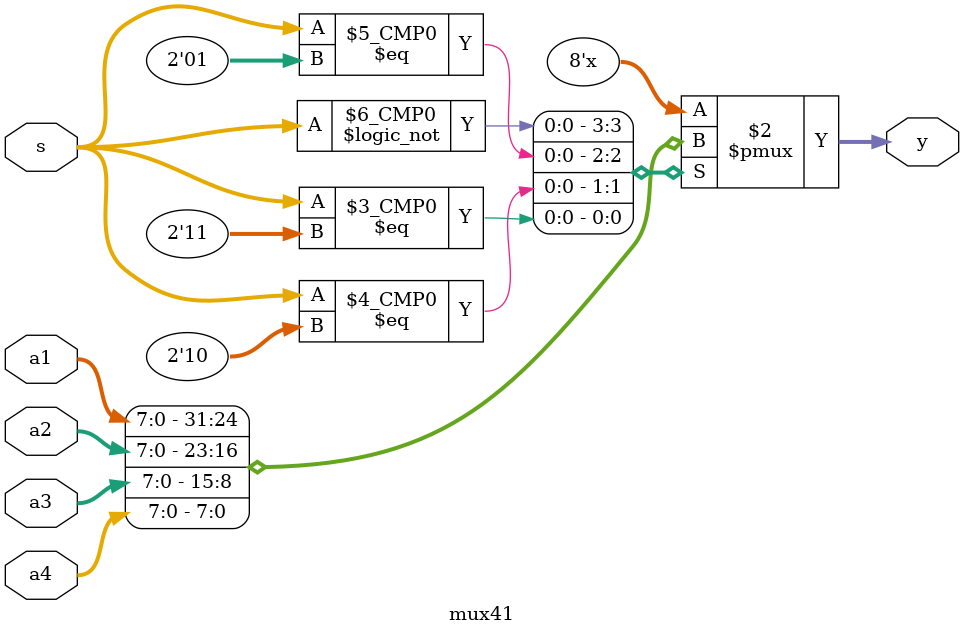
<source format=v>
`timescale 1ns / 1ps


module mux41
#(parameter WIDTH = 8)
(
input [WIDTH-1:0] a1,a2,a3,a4,
input [1:0] s,
output [WIDTH-1:0] y 
    );
reg [WIDTH-1:0] y;

always @(*) begin 
case (s)
	2'b00: y = a1;
	2'b01: y = a2;
	2'b10: y = a3;
	2'b11: y = a4;
	default : y = 0/* default */;
endcase
end
endmodule

</source>
